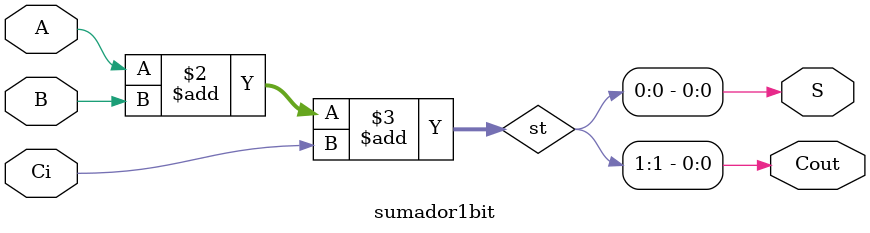
<source format=v>
module sumador1bit (A, B, Ci,Cout,S);

	// Ingresa entradas y salidas
  input  A; 
  input  B;
  input  Ci;
  output Cout;
  output S;
  
  
	
  reg [1:0] st;

  assign S = st[0];
  assign Cout = st[1];

  always @ ( * ) begin
  	st  = 	A+B+Ci;
  end
  
endmodule
</source>
